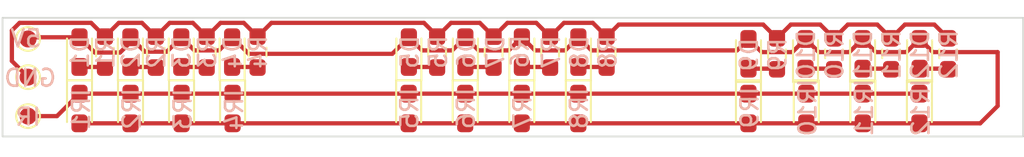
<source format=kicad_pcb>
(kicad_pcb (version 20211014) (generator pcbnew)
  (layers (0 "F.Cu" signal) (31 "B.Cu" signal) (34 "B.Paste" user) (35 "F.Paste" user) (36 "B.SilkS" user "B.Silkscreen") (37 "F.SilkS" user "F.Silkscreen") (38 "B.Mask" user) (39 "F.Mask" user) (44 "Edge.Cuts" user))
  (net 0 "")
  (net 1 "Net-(D1-Pad1)")
  (net 2 "+5V")
  (net 3 "Net-(D2-Pad1)")
  (net 4 "Net-(D3-Pad1)")
  (net 5 "Net-(D4-Pad1)")
  (net 6 "Net-(D5-Pad1)")
  (net 7 "Net-(D6-Pad1)")
  (net 8 "Net-(D7-Pad1)")
  (net 9 "Net-(D8-Pad1)")
  (net 10 "Net-(D9-Pad1)")
  (net 11 "Net-(D10-Pad1)")
  (net 12 "Net-(D11-Pad1)")
  (net 13 "Net-(D12-Pad1)")
  (net 14 "GND")
  (net 15 "Net-(IR1-Pad1)")
  (footprint "LED_SMD:LED_0603_1608Metric_Pad1.05x0.95mm_HandSolder" (layer "F.Cu") (at 150.575 82.05 -90)
    (fp_text reference "IR11" (at -0.05 -0.075 -270) (layer "B.SilkS") (effects (justify mirror)))
    (fp_text value "LED")
    (fp_line (start 0.8 -0.735) (end -1.66 -0.735) (layer "F.SilkS") (width 0.12))
    (fp_line (start -1.66 0.735) (end 0.8 0.735) (layer "F.SilkS") (width 0.12))
    (fp_line (start -1.66 -0.735) (end -1.66 0.735) (layer "F.SilkS") (width 0.12))
    (pad "1" smd roundrect (at -0.875 0 270) (size 1.05 0.95) (layers "F.Cu" "F.Paste" "F.Mask") (net 15 "Net-(IR1-Pad1)"))
    (pad "2" smd roundrect (at 0.875 0 270) (size 1.05 0.95) (layers "F.Cu" "F.Paste" "F.Mask") (net 2 "+5V"))
  )
  (footprint "Resistor_SMD:R_0603_1608Metric_Pad0.98x0.95mm_HandSolder" (layer "F.Cu") (at 152.23604 78.825 90)
    (fp_text reference "R11" (at -0.05 0.035064 90) (layer "B.SilkS") (effects (justify mirror)))
    (fp_text value "R")
    (fp_line (start -0.254724 -0.5225) (end 0.254724 -0.5225) (layer "F.SilkS") (width 0.12))
    (fp_line (start -0.254724 0.5225) (end 0.254724 0.5225) (layer "F.SilkS") (width 0.12))
    (pad "1" smd roundrect (at -0.9125 0 90) (size 0.975 0.95) (layers "F.Cu" "F.Paste" "F.Mask") (net 12 "Net-(D11-Pad1)"))
    (pad "2" smd roundrect (at 0.9125 0 90) (size 0.975 0.95) (layers "F.Cu" "F.Paste" "F.Mask") (net 14 "GND"))
  )
  (footprint "LED_SMD:LED_0603_1608Metric_Pad1.05x0.95mm_HandSolder" (layer "F.Cu") (at 130.525 82.05 -90)
    (fp_text reference "IR7" (at 0 -0.05 -270) (layer "B.SilkS") (effects (justify mirror)))
    (fp_text value "LED")
    (fp_line (start -1.66 0.735) (end 0.8 0.735) (layer "F.SilkS") (width 0.12))
    (fp_line (start 0.8 -0.735) (end -1.66 -0.735) (layer "F.SilkS") (width 0.12))
    (fp_line (start -1.66 -0.735) (end -1.66 0.735) (layer "F.SilkS") (width 0.12))
    (pad "1" smd roundrect (at -0.875 0 270) (size 1.05 0.95) (layers "F.Cu" "F.Paste" "F.Mask") (net 15 "Net-(IR1-Pad1)"))
    (pad "2" smd roundrect (at 0.875 0 270) (size 1.05 0.95) (layers "F.Cu" "F.Paste" "F.Mask") (net 2 "+5V"))
  )
  (footprint "Resistor_SMD:R_0603_1608Metric_Pad0.98x0.95mm_HandSolder" (layer "F.Cu") (at 114.993178 78.725 90)
    (fp_text reference "R4" (at 0 0.034092 90) (layer "B.SilkS") (effects (justify mirror)))
    (fp_text value "R")
    (fp_line (start -0.254724 -0.5225) (end 0.254724 -0.5225) (layer "F.SilkS") (width 0.12))
    (fp_line (start -0.254724 0.5225) (end 0.254724 0.5225) (layer "F.SilkS") (width 0.12))
    (pad "1" smd roundrect (at -0.9125 0 90) (size 0.975 0.95) (layers "F.Cu" "F.Paste" "F.Mask") (net 5 "Net-(D4-Pad1)"))
    (pad "2" smd roundrect (at 0.9125 0 90) (size 0.975 0.95) (layers "F.Cu" "F.Paste" "F.Mask") (net 14 "GND"))
  )
  (footprint "LED_SMD:LED_0603_1608Metric_Pad1.05x0.95mm_HandSolder" (layer "F.Cu") (at 153.9 82.05 -90)
    (fp_text reference "IR12" (at -0.05 -0.075 -270) (layer "B.SilkS") (effects (justify mirror)))
    (fp_text value "LED")
    (fp_line (start -1.66 -0.735) (end -1.66 0.735) (layer "F.SilkS") (width 0.12))
    (fp_line (start -1.66 0.735) (end 0.8 0.735) (layer "F.SilkS") (width 0.12))
    (fp_line (start 0.8 -0.735) (end -1.66 -0.735) (layer "F.SilkS") (width 0.12))
    (pad "1" smd roundrect (at -0.875 0 270) (size 1.05 0.95) (layers "F.Cu" "F.Paste" "F.Mask") (net 15 "Net-(IR1-Pad1)"))
    (pad "2" smd roundrect (at 0.875 0 270) (size 1.05 0.95) (layers "F.Cu" "F.Paste" "F.Mask") (net 2 "+5V"))
  )
  (footprint "LED_SMD:LED_0603_1608Metric_Pad1.05x0.95mm_HandSolder" (layer "F.Cu") (at 104.525 82.05 -90)
    (fp_text reference "IR1" (at 0.05 -0.1 -270) (layer "B.SilkS") (effects (justify mirror)))
    (fp_text value "LED")
    (fp_line (start -1.66 0.735) (end 0.8 0.735) (layer "F.SilkS") (width 0.12))
    (fp_line (start -1.66 -0.735) (end -1.66 0.735) (layer "F.SilkS") (width 0.12))
    (fp_line (start 0.8 -0.735) (end -1.66 -0.735) (layer "F.SilkS") (width 0.12))
    (pad "1" smd roundrect (at -0.875 0 270) (size 1.05 0.95) (layers "F.Cu" "F.Paste" "F.Mask") (net 15 "Net-(IR1-Pad1)"))
    (pad "2" smd roundrect (at 0.875 0 270) (size 1.05 0.95) (layers "F.Cu" "F.Paste" "F.Mask") (net 2 "+5V"))
  )
  (footprint "LED_SMD:LED_0603_1608Metric_Pad1.05x0.95mm_HandSolder" (layer "F.Cu") (at 153.912988 78.825 90)
    (fp_text reference "D12" (at -0.05 0.035064 90) (layer "B.SilkS") (effects (justify mirror)))
    (fp_text value "LED")
    (fp_line (start -1.66 0.735) (end 0.8 0.735) (layer "F.SilkS") (width 0.12))
    (fp_line (start -1.66 -0.735) (end -1.66 0.735) (layer "F.SilkS") (width 0.12))
    (fp_line (start 0.8 -0.735) (end -1.66 -0.735) (layer "F.SilkS") (width 0.12))
    (pad "1" smd roundrect (at -0.875 0 90) (size 1.05 0.95) (layers "F.Cu" "F.Paste" "F.Mask") (net 13 "Net-(D12-Pad1)"))
    (pad "2" smd roundrect (at 0.875 0 90) (size 1.05 0.95) (layers "F.Cu" "F.Paste" "F.Mask") (net 2 "+5V"))
  )
  (footprint "Resistor_SMD:R_0603_1608Metric_Pad0.98x0.95mm_HandSolder" (layer "F.Cu") (at 106.020454 78.725 90)
    (fp_text reference "R1" (at 0 0.034092 90) (layer "B.SilkS") (effects (justify mirror)))
    (fp_text value "R")
    (fp_line (start -0.254724 -0.5225) (end 0.254724 -0.5225) (layer "F.SilkS") (width 0.12))
    (fp_line (start -0.254724 0.5225) (end 0.254724 0.5225) (layer "F.SilkS") (width 0.12))
    (pad "1" smd roundrect (at -0.9125 0 90) (size 0.975 0.95) (layers "F.Cu" "F.Paste" "F.Mask") (net 1 "Net-(D1-Pad1)"))
    (pad "2" smd roundrect (at 0.9125 0 90) (size 0.975 0.95) (layers "F.Cu" "F.Paste" "F.Mask") (net 14 "GND"))
  )
  (footprint "LED_SMD:LED_0603_1608Metric_Pad1.05x0.95mm_HandSolder" (layer "F.Cu") (at 127.2 82.05 -90)
    (fp_text reference "IR6" (at 0 -0.05 -270) (layer "B.SilkS") (effects (justify mirror)))
    (fp_text value "LED")
    (fp_line (start -1.66 -0.735) (end -1.66 0.735) (layer "F.SilkS") (width 0.12))
    (fp_line (start -1.66 0.735) (end 0.8 0.735) (layer "F.SilkS") (width 0.12))
    (fp_line (start 0.8 -0.735) (end -1.66 -0.735) (layer "F.SilkS") (width 0.12))
    (pad "1" smd roundrect (at -0.875 0 270) (size 1.05 0.95) (layers "F.Cu" "F.Paste" "F.Mask") (net 15 "Net-(IR1-Pad1)"))
    (pad "2" smd roundrect (at 0.875 0 270) (size 1.05 0.95) (layers "F.Cu" "F.Paste" "F.Mask") (net 2 "+5V"))
  )
  (footprint "LED_SMD:LED_0603_1608Metric_Pad1.05x0.95mm_HandSolder" (layer "F.Cu") (at 147.25 82.05 -90)
    (fp_text reference "IR10" (at -0.05 -0.075 -270) (layer "B.SilkS") (effects (justify mirror)))
    (fp_text value "LED")
    (fp_line (start 0.8 -0.735) (end -1.66 -0.735) (layer "F.SilkS") (width 0.12))
    (fp_line (start -1.66 -0.735) (end -1.66 0.735) (layer "F.SilkS") (width 0.12))
    (fp_line (start -1.66 0.735) (end 0.8 0.735) (layer "F.SilkS") (width 0.12))
    (pad "1" smd roundrect (at -0.875 0 270) (size 1.05 0.95) (layers "F.Cu" "F.Paste" "F.Mask") (net 15 "Net-(IR1-Pad1)"))
    (pad "2" smd roundrect (at 0.875 0 270) (size 1.05 0.95) (layers "F.Cu" "F.Paste" "F.Mask") (net 2 "+5V"))
  )
  (footprint "LED_SMD:LED_0603_1608Metric_Pad1.05x0.95mm_HandSolder" (layer "F.Cu") (at 123.887664 78.725 90)
    (fp_text reference "D5" (at 0 0.062332 90) (layer "B.SilkS") (effects (justify mirror)))
    (fp_text value "LED")
    (fp_line (start 0.8 -0.735) (end -1.66 -0.735) (layer "F.SilkS") (width 0.12))
    (fp_line (start -1.66 0.735) (end 0.8 0.735) (layer "F.SilkS") (width 0.12))
    (fp_line (start -1.66 -0.735) (end -1.66 0.735) (layer "F.SilkS") (width 0.12))
    (pad "1" smd roundrect (at -0.875 0 90) (size 1.05 0.95) (layers "F.Cu" "F.Paste" "F.Mask") (net 6 "Net-(D5-Pad1)"))
    (pad "2" smd roundrect (at 0.875 0 90) (size 1.05 0.95) (layers "F.Cu" "F.Paste" "F.Mask") (net 2 "+5V"))
  )
  (footprint "Resistor_SMD:R_0603_1608Metric_Pad0.98x0.95mm_HandSolder" (layer "F.Cu") (at 148.882144 78.825 90)
    (fp_text reference "R10" (at -0.05 0.035064 90) (layer "B.SilkS") (effects (justify mirror)))
    (fp_text value "R")
    (fp_line (start -0.254724 -0.5225) (end 0.254724 -0.5225) (layer "F.SilkS") (width 0.12))
    (fp_line (start -0.254724 0.5225) (end 0.254724 0.5225) (layer "F.SilkS") (width 0.12))
    (pad "1" smd roundrect (at -0.9125 0 90) (size 0.975 0.95) (layers "F.Cu" "F.Paste" "F.Mask") (net 11 "Net-(D10-Pad1)"))
    (pad "2" smd roundrect (at 0.9125 0 90) (size 0.975 0.95) (layers "F.Cu" "F.Paste" "F.Mask") (net 14 "GND"))
  )
  (footprint "LED_SMD:LED_0603_1608Metric_Pad1.05x0.95mm_HandSolder" (layer "F.Cu") (at 143.85 82.05 -90)
    (fp_text reference "IR9" (at -0.05 -0.075 -270) (layer "B.SilkS") (effects (justify mirror)))
    (fp_text value "LED")
    (fp_line (start 0.8 -0.735) (end -1.66 -0.735) (layer "F.SilkS") (width 0.12))
    (fp_line (start -1.66 -0.735) (end -1.66 0.735) (layer "F.SilkS") (width 0.12))
    (fp_line (start -1.66 0.735) (end 0.8 0.735) (layer "F.SilkS") (width 0.12))
    (pad "1" smd roundrect (at -0.875 0 270) (size 1.05 0.95) (layers "F.Cu" "F.Paste" "F.Mask") (net 15 "Net-(IR1-Pad1)"))
    (pad "2" smd roundrect (at 0.875 0 270) (size 1.05 0.95) (layers "F.Cu" "F.Paste" "F.Mask") (net 2 "+5V"))
  )
  (footprint "LED_SMD:LED_0603_1608Metric_Pad1.05x0.95mm_HandSolder" (layer "F.Cu") (at 123.875 82.05 -90)
    (fp_text reference "IR5" (at 0 -0.05 -270) (layer "B.SilkS") (effects (justify mirror)))
    (fp_text value "LED")
    (fp_line (start -1.66 0.735) (end 0.8 0.735) (layer "F.SilkS") (width 0.12))
    (fp_line (start -1.66 -0.735) (end -1.66 0.735) (layer "F.SilkS") (width 0.12))
    (fp_line (start 0.8 -0.735) (end -1.66 -0.735) (layer "F.SilkS") (width 0.12))
    (pad "1" smd roundrect (at -0.875 0 270) (size 1.05 0.95) (layers "F.Cu" "F.Paste" "F.Mask") (net 15 "Net-(IR1-Pad1)"))
    (pad "2" smd roundrect (at 0.875 0 270) (size 1.05 0.95) (layers "F.Cu" "F.Paste" "F.Mask") (net 2 "+5V"))
  )
  (footprint "Resistor_SMD:R_0603_1608Metric_Pad0.98x0.95mm_HandSolder" (layer "F.Cu") (at 125.548378 78.725 90)
    (fp_text reference "R5" (at 0 0.062332 90) (layer "B.SilkS") (effects (justify mirror)))
    (fp_text value "R")
    (fp_line (start -0.254724 0.5225) (end 0.254724 0.5225) (layer "F.SilkS") (width 0.12))
    (fp_line (start -0.254724 -0.5225) (end 0.254724 -0.5225) (layer "F.SilkS") (width 0.12))
    (pad "1" smd roundrect (at -0.9125 0 90) (size 0.975 0.95) (layers "F.Cu" "F.Paste" "F.Mask") (net 6 "Net-(D5-Pad1)"))
    (pad "2" smd roundrect (at 0.9125 0 90) (size 0.975 0.95) (layers "F.Cu" "F.Paste" "F.Mask") (net 14 "GND"))
  )
  (footprint "LED_SMD:LED_0603_1608Metric_Pad1.05x0.95mm_HandSolder" (layer "F.Cu") (at 104.525 78.725 90)
    (fp_text reference "D1" (at 0 0.034092 90) (layer "B.SilkS") (effects (justify mirror)))
    (fp_text value "LED")
    (fp_line (start -1.66 0.735) (end 0.8 0.735) (layer "F.SilkS") (width 0.12))
    (fp_line (start 0.8 -0.735) (end -1.66 -0.735) (layer "F.SilkS") (width 0.12))
    (fp_line (start -1.66 -0.735) (end -1.66 0.735) (layer "F.SilkS") (width 0.12))
    (pad "1" smd roundrect (at -0.875 0 90) (size 1.05 0.95) (layers "F.Cu" "F.Paste" "F.Mask") (net 1 "Net-(D1-Pad1)"))
    (pad "2" smd roundrect (at 0.875 0 90) (size 1.05 0.95) (layers "F.Cu" "F.Paste" "F.Mask") (net 2 "+5V"))
  )
  (footprint "TestPoint:TestPoint_Pad_D1.0mm" (layer "F.Cu") (at 101.5 77.95)
    (fp_text reference "5V" (at -0.125 -0.025) (layer "B.SilkS") (effects (justify mirror)))
    (fp_text value "5V")
    (fp_circle (center 0 0) (end 0 0.7) (layer "F.SilkS") (width 0.12) (fill none))
    (pad "1" smd circle (at 0 0) (size 1 1) (layers "F.Cu" "F.Mask") (net 2 "+5V"))
  )
  (footprint "LED_SMD:LED_0603_1608Metric_Pad1.05x0.95mm_HandSolder" (layer "F.Cu") (at 110.506816 78.725 90)
    (fp_text reference "D3" (at 0 0.034092 90) (layer "B.SilkS") (effects (justify mirror)))
    (fp_text value "LED")
    (fp_line (start -1.66 -0.735) (end -1.66 0.735) (layer "F.SilkS") (width 0.12))
    (fp_line (start 0.8 -0.735) (end -1.66 -0.735) (layer "F.SilkS") (width 0.12))
    (fp_line (start -1.66 0.735) (end 0.8 0.735) (layer "F.SilkS") (width 0.12))
    (pad "1" smd roundrect (at -0.875 0 90) (size 1.05 0.95) (layers "F.Cu" "F.Paste" "F.Mask") (net 4 "Net-(D3-Pad1)"))
    (pad "2" smd roundrect (at 0.875 0 90) (size 1.05 0.95) (layers "F.Cu" "F.Paste" "F.Mask") (net 2 "+5V"))
  )
  (footprint "LED_SMD:LED_0603_1608Metric_Pad1.05x0.95mm_HandSolder" (layer "F.Cu") (at 133.851948 78.725 90)
    (fp_text reference "D8" (at 0 0.062332 90) (layer "B.SilkS") (effects (justify mirror)))
    (fp_text value "LED")
    (fp_line (start 0.8 -0.735) (end -1.66 -0.735) (layer "F.SilkS") (width 0.12))
    (fp_line (start -1.66 0.735) (end 0.8 0.735) (layer "F.SilkS") (width 0.12))
    (fp_line (start -1.66 -0.735) (end -1.66 0.735) (layer "F.SilkS") (width 0.12))
    (pad "1" smd roundrect (at -0.875 0 90) (size 1.05 0.95) (layers "F.Cu" "F.Paste" "F.Mask") (net 9 "Net-(D8-Pad1)"))
    (pad "2" smd roundrect (at 0.875 0 90) (size 1.05 0.95) (layers "F.Cu" "F.Paste" "F.Mask") (net 2 "+5V"))
  )
  (footprint "Resistor_SMD:R_0603_1608Metric_Pad0.98x0.95mm_HandSolder" (layer "F.Cu") (at 112.00227 78.725 90)
    (fp_text reference "R3" (at 0 0.034092 90) (layer "B.SilkS") (effects (justify mirror)))
    (fp_text value "R")
    (fp_line (start -0.254724 -0.5225) (end 0.254724 -0.5225) (layer "F.SilkS") (width 0.12))
    (fp_line (start -0.254724 0.5225) (end 0.254724 0.5225) (layer "F.SilkS") (width 0.12))
    (pad "1" smd roundrect (at -0.9125 0 90) (size 0.975 0.95) (layers "F.Cu" "F.Paste" "F.Mask") (net 4 "Net-(D3-Pad1)"))
    (pad "2" smd roundrect (at 0.9125 0 90) (size 0.975 0.95) (layers "F.Cu" "F.Paste" "F.Mask") (net 14 "GND"))
  )
  (footprint "LED_SMD:LED_0603_1608Metric_Pad1.05x0.95mm_HandSolder" (layer "F.Cu") (at 147.205196 78.825 90)
    (fp_text reference "D10" (at -0.05 0.035064 90) (layer "B.SilkS") (effects (justify mirror)))
    (fp_text value "LED")
    (fp_line (start -1.66 0.735) (end 0.8 0.735) (layer "F.SilkS") (width 0.12))
    (fp_line (start 0.8 -0.735) (end -1.66 -0.735) (layer "F.SilkS") (width 0.12))
    (fp_line (start -1.66 -0.735) (end -1.66 0.735) (layer "F.SilkS") (width 0.12))
    (pad "1" smd roundrect (at -0.875 0 90) (size 1.05 0.95) (layers "F.Cu" "F.Paste" "F.Mask") (net 11 "Net-(D10-Pad1)"))
    (pad "2" smd roundrect (at 0.875 0 90) (size 1.05 0.95) (layers "F.Cu" "F.Paste" "F.Mask") (net 2 "+5V"))
  )
  (footprint "Resistor_SMD:R_0603_1608Metric_Pad0.98x0.95mm_HandSolder" (layer "F.Cu") (at 128.869806 78.725 90)
    (fp_text reference "R6" (at 0.025 1.547526 90) (layer "B.SilkS") (effects (justify mirror)))
    (fp_text value "R")
    (fp_line (start -0.254724 -0.5225) (end 0.254724 -0.5225) (layer "F.SilkS") (width 0.12))
    (fp_line (start -0.254724 0.5225) (end 0.254724 0.5225) (layer "F.SilkS") (width 0.12))
    (pad "1" smd roundrect (at -0.9125 0 90) (size 0.975 0.95) (layers "F.Cu" "F.Paste" "F.Mask") (net 7 "Net-(D6-Pad1)"))
    (pad "2" smd roundrect (at 0.9125 0 90) (size 0.975 0.95) (layers "F.Cu" "F.Paste" "F.Mask") (net 14 "GND"))
  )
  (footprint "LED_SMD:LED_0603_1608Metric_Pad1.05x0.95mm_HandSolder" (layer "F.Cu") (at 130.53052 78.725 90)
    (fp_text reference "D7" (at 0 -1.555848 90) (layer "B.SilkS") (effects (justify mirror)))
    (fp_text value "LED")
    (fp_line (start -1.66 -0.735) (end -1.66 0.735) (layer "F.SilkS") (width 0.12))
    (fp_line (start 0.8 -0.735) (end -1.66 -0.735) (layer "F.SilkS") (width 0.12))
    (fp_line (start -1.66 0.735) (end 0.8 0.735) (layer "F.SilkS") (width 0.12))
    (pad "1" smd roundrect (at -0.875 0 90) (size 1.05 0.95) (layers "F.Cu" "F.Paste" "F.Mask") (net 8 "Net-(D7-Pad1)"))
    (pad "2" smd roundrect (at 0.875 0 90) (size 1.05 0.95) (layers "F.Cu" "F.Paste" "F.Mask") (net 2 "+5V"))
  )
  (footprint "Resistor_SMD:R_0603_1608Metric_Pad0.98x0.95mm_HandSolder" (layer "F.Cu") (at 135.512668 78.725 90)
    (fp_text reference "R8" (at 0 0.062332 90) (layer "B.SilkS") (effects (justify mirror)))
    (fp_text value "R")
    (fp_line (start -0.254724 -0.5225) (end 0.254724 -0.5225) (layer "F.SilkS") (width 0.12))
    (fp_line (start -0.254724 0.5225) (end 0.254724 0.5225) (layer "F.SilkS") (width 0.12))
    (pad "1" smd roundrect (at -0.9125 0 90) (size 0.975 0.95) (layers "F.Cu" "F.Paste" "F.Mask") (net 9 "Net-(D8-Pad1)"))
    (pad "2" smd roundrect (at 0.9125 0 90) (size 0.975 0.95) (layers "F.Cu" "F.Paste" "F.Mask") (net 14 "GND"))
  )
  (footprint "LED_SMD:LED_0603_1608Metric_Pad1.05x0.95mm_HandSolder" (layer "F.Cu") (at 113.497724 78.725 90)
    (fp_text reference "D4" (at 0 0.034092 90) (layer "B.SilkS") (effects (justify mirror)))
    (fp_text value "LED")
    (fp_line (start -1.66 0.735) (end 0.8 0.735) (layer "F.SilkS") (width 0.12))
    (fp_line (start 0.8 -0.735) (end -1.66 -0.735) (layer "F.SilkS") (width 0.12))
    (fp_line (start -1.66 -0.735) (end -1.66 0.735) (layer "F.SilkS") (width 0.12))
    (pad "1" smd roundrect (at -0.875 0 90) (size 1.05 0.95) (layers "F.Cu" "F.Paste" "F.Mask") (net 5 "Net-(D4-Pad1)"))
    (pad "2" smd roundrect (at 0.875 0 90) (size 1.05 0.95) (layers "F.Cu" "F.Paste" "F.Mask") (net 2 "+5V"))
  )
  (footprint "TestPoint:TestPoint_Pad_D1.0mm" (layer "F.Cu") (at 101.5 82.5)
    (fp_text reference "IR" (at 0 0.05) (layer "B.SilkS") (effects (justify mirror)))
    (fp_text value "IR")
    (fp_circle (center 0 0) (end 0 0.7) (layer "F.SilkS") (width 0.12) (fill none))
    (pad "1" smd circle (at 0 0) (size 1 1) (layers "F.Cu" "F.Mask") (net 15 "Net-(IR1-Pad1)"))
  )
  (footprint "Resistor_SMD:R_0603_1608Metric_Pad0.98x0.95mm_HandSolder" (layer "F.Cu") (at 132.191234 78.725 90)
    (fp_text reference "R7" (at 0 0.062332 90) (layer "B.SilkS") (effects (justify mirror)))
    (fp_text value "R")
    (fp_line (start -0.254724 -0.5225) (end 0.254724 -0.5225) (layer "F.SilkS") (width 0.12))
    (fp_line (start -0.254724 0.5225) (end 0.254724 0.5225) (layer "F.SilkS") (width 0.12))
    (pad "1" smd roundrect (at -0.9125 0 90) (size 0.975 0.95) (layers "F.Cu" "F.Paste" "F.Mask") (net 8 "Net-(D7-Pad1)"))
    (pad "2" smd roundrect (at 0.9125 0 90) (size 0.975 0.95) (layers "F.Cu" "F.Paste" "F.Mask") (net 14 "GND"))
  )
  (footprint "LED_SMD:LED_0603_1608Metric_Pad1.05x0.95mm_HandSolder" (layer "F.Cu") (at 133.85 82.05 -90)
    (fp_text reference "IR8" (at 0 -0.05 -270) (layer "B.SilkS") (effects (justify mirror)))
    (fp_text value "LED")
    (fp_line (start 0.8 -0.735) (end -1.66 -0.735) (layer "F.SilkS") (width 0.12))
    (fp_line (start -1.66 -0.735) (end -1.66 0.735) (layer "F.SilkS") (width 0.12))
    (fp_line (start -1.66 0.735) (end 0.8 0.735) (layer "F.SilkS") (width 0.12))
    (pad "1" smd roundrect (at -0.875 0 270) (size 1.05 0.95) (layers "F.Cu" "F.Paste" "F.Mask") (net 15 "Net-(IR1-Pad1)"))
    (pad "2" smd roundrect (at 0.875 0 270) (size 1.05 0.95) (layers "F.Cu" "F.Paste" "F.Mask") (net 2 "+5V"))
  )
  (footprint "LED_SMD:LED_0603_1608Metric_Pad1.05x0.95mm_HandSolder" (layer "F.Cu") (at 143.8513 78.825 90)
    (fp_text reference "D9" (at -0.05 0.035064 90) (layer "B.SilkS") (effects (justify mirror)))
    (fp_text value "LED")
    (fp_line (start -1.66 -0.735) (end -1.66 0.735) (layer "F.SilkS") (width 0.12))
    (fp_line (start -1.66 0.735) (end 0.8 0.735) (layer "F.SilkS") (width 0.12))
    (fp_line (start 0.8 -0.735) (end -1.66 -0.735) (layer "F.SilkS") (width 0.12))
    (pad "1" smd roundrect (at -0.875 0 90) (size 1.05 0.95) (layers "F.Cu" "F.Paste" "F.Mask") (net 10 "Net-(D9-Pad1)"))
    (pad "2" smd roundrect (at 0.875 0 90) (size 1.05 0.95) (layers "F.Cu" "F.Paste" "F.Mask") (net 2 "+5V"))
  )
  (footprint "LED_SMD:LED_0603_1608Metric_Pad1.05x0.95mm_HandSolder" (layer "F.Cu") (at 127.209092 78.725 90)
    (fp_text reference "D6" (at 0 0.062332 90) (layer "B.SilkS") (effects (justify mirror)))
    (fp_text value "LED")
    (fp_line (start -1.66 -0.735) (end -1.66 0.735) (layer "F.SilkS") (width 0.12))
    (fp_line (start 0.8 -0.735) (end -1.66 -0.735) (layer "F.SilkS") (width 0.12))
    (fp_line (start -1.66 0.735) (end 0.8 0.735) (layer "F.SilkS") (width 0.12))
    (pad "1" smd roundrect (at -0.875 0 90) (size 1.05 0.95) (layers "F.Cu" "F.Paste" "F.Mask") (net 7 "Net-(D6-Pad1)"))
    (pad "2" smd roundrect (at 0.875 0 90) (size 1.05 0.95) (layers "F.Cu" "F.Paste" "F.Mask") (net 2 "+5V"))
  )
  (footprint "LED_SMD:LED_0603_1608Metric_Pad1.05x0.95mm_HandSolder" (layer "F.Cu") (at 150.559092 78.825 90)
    (fp_text reference "D11" (at -0.05 0.035064 90) (layer "B.SilkS") (effects (justify mirror)))
    (fp_text value "LED")
    (fp_line (start -1.66 -0.735) (end -1.66 0.735) (layer "F.SilkS") (width 0.12))
    (fp_line (start 0.8 -0.735) (end -1.66 -0.735) (layer "F.SilkS") (width 0.12))
    (fp_line (start -1.66 0.735) (end 0.8 0.735) (layer "F.SilkS") (width 0.12))
    (pad "1" smd roundrect (at -0.875 0 90) (size 1.05 0.95) (layers "F.Cu" "F.Paste" "F.Mask") (net 12 "Net-(D11-Pad1)"))
    (pad "2" smd roundrect (at 0.875 0 90) (size 1.05 0.95) (layers "F.Cu" "F.Paste" "F.Mask") (net 2 "+5V"))
  )
  (footprint "TestPoint:TestPoint_Pad_D1.0mm" (layer "F.Cu") (at 101.5 80.2)
    (fp_text reference "GND" (at 0.125 0.05) (layer "B.SilkS") (effects (justify mirror)))
    (fp_text value "GND")
    (fp_circle (center 0 0) (end 0 0.7) (layer "F.SilkS") (width 0.12) (fill none))
    (pad "1" smd circle (at 0 0) (size 1 1) (layers "F.Cu" "F.Mask") (net 14 "GND"))
  )
  (footprint "Resistor_SMD:R_0603_1608Metric_Pad0.98x0.95mm_HandSolder" (layer "F.Cu") (at 145.528248 78.825 90)
    (fp_text reference "R9" (at -0.05 0.035064 90) (layer "B.SilkS") (effects (justify mirror)))
    (fp_text value "R")
    (fp_line (start -0.254724 -0.5225) (end 0.254724 -0.5225) (layer "F.SilkS") (width 0.12))
    (fp_line (start -0.254724 0.5225) (end 0.254724 0.5225) (layer "F.SilkS") (width 0.12))
    (pad "1" smd roundrect (at -0.9125 0 90) (size 0.975 0.95) (layers "F.Cu" "F.Paste" "F.Mask") (net 10 "Net-(D9-Pad1)"))
    (pad "2" smd roundrect (at 0.9125 0 90) (size 0.975 0.95) (layers "F.Cu" "F.Paste" "F.Mask") (net 14 "GND"))
  )
  (footprint "LED_SMD:LED_0603_1608Metric_Pad1.05x0.95mm_HandSolder" (layer "F.Cu") (at 107.525 82.05 -90)
    (fp_text reference "IR2" (at 0.025 -0.075 -270) (layer "B.SilkS") (effects (justify mirror)))
    (fp_text value "LED")
    (fp_line (start 0.8 -0.735) (end -1.66 -0.735) (layer "F.SilkS") (width 0.12))
    (fp_line (start -1.66 0.735) (end 0.8 0.735) (layer "F.SilkS") (width 0.12))
    (fp_line (start -1.66 -0.735) (end -1.66 0.735) (layer "F.SilkS") (width 0.12))
    (pad "1" smd roundrect (at -0.875 0 270) (size 1.05 0.95) (layers "F.Cu" "F.Paste" "F.Mask") (net 15 "Net-(IR1-Pad1)"))
    (pad "2" smd roundrect (at 0.875 0 270) (size 1.05 0.95) (layers "F.Cu" "F.Paste" "F.Mask") (net 2 "+5V"))
  )
  (footprint "Resistor_SMD:R_0603_1608Metric_Pad0.98x0.95mm_HandSolder" (layer "F.Cu") (at 155.589936 78.825 90)
    (fp_text reference "R12" (at -0.05 0.035064 90) (layer "B.SilkS") (effects (justify mirror)))
    (fp_text value "R")
    (fp_line (start -0.254724 0.5225) (end 0.254724 0.5225) (layer "F.SilkS") (width 0.12))
    (fp_line (start -0.254724 -0.5225) (end 0.254724 -0.5225) (layer "F.SilkS") (width 0.12))
    (pad "1" smd roundrect (at -0.9125 0 90) (size 0.975 0.95) (layers "F.Cu" "F.Paste" "F.Mask") (net 13 "Net-(D12-Pad1)"))
    (pad "2" smd roundrect (at 0.9125 0 90) (size 0.975 0.95) (layers "F.Cu" "F.Paste" "F.Mask") (net 14 "GND"))
  )
  (footprint "LED_SMD:LED_0603_1608Metric_Pad1.05x0.95mm_HandSolder" (layer "F.Cu") (at 110.525 82.05 -90)
    (fp_text reference "IR3" (at 0.05 -0.075 -270) (layer "B.SilkS") (effects (justify mirror)))
    (fp_text value "LED")
    (fp_line (start 0.8 -0.735) (end -1.66 -0.735) (layer "F.SilkS") (width 0.12))
    (fp_line (start -1.66 0.735) (end 0.8 0.735) (layer "F.SilkS") (width 0.12))
    (fp_line (start -1.66 -0.735) (end -1.66 0.735) (layer "F.SilkS") (width 0.12))
    (pad "1" smd roundrect (at -0.875 0 270) (size 1.05 0.95) (layers "F.Cu" "F.Paste" "F.Mask") (net 15 "Net-(IR1-Pad1)"))
    (pad "2" smd roundrect (at 0.875 0 270) (size 1.05 0.95) (layers "F.Cu" "F.Paste" "F.Mask") (net 2 "+5V"))
  )
  (footprint "LED_SMD:LED_0603_1608Metric_Pad1.05x0.95mm_HandSolder" (layer "F.Cu") (at 113.525 82.05 -90)
    (fp_text reference "IR4" (at 0.075 -0.1 -270) (layer "B.SilkS") (effects (justify mirror)))
    (fp_text value "LED")
    (fp_line (start 0.8 -0.735) (end -1.66 -0.735) (layer "F.SilkS") (width 0.12))
    (fp_line (start -1.66 -0.735) (end -1.66 0.735) (layer "F.SilkS") (width 0.12))
    (fp_line (start -1.66 0.735) (end 0.8 0.735) (layer "F.SilkS") (width 0.12))
    (pad "1" smd roundrect (at -0.875 0 270) (size 1.05 0.95) (layers "F.Cu" "F.Paste" "F.Mask") (net 15 "Net-(IR1-Pad1)"))
    (pad "2" smd roundrect (at 0.875 0 270) (size 1.05 0.95) (layers "F.Cu" "F.Paste" "F.Mask") (net 2 "+5V"))
  )
  (footprint "Resistor_SMD:R_0603_1608Metric_Pad0.98x0.95mm_HandSolder" (layer "F.Cu") (at 109.011362 78.725 90)
    (fp_text reference "R2" (at 0 0.034092 90) (layer "B.SilkS") (effects (justify mirror)))
    (fp_text value "R")
    (fp_line (start -0.254724 -0.5225) (end 0.254724 -0.5225) (layer "F.SilkS") (width 0.12))
    (fp_line (start -0.254724 0.5225) (end 0.254724 0.5225) (layer "F.SilkS") (width 0.12))
    (pad "1" smd roundrect (at -0.9125 0 90) (size 0.975 0.95) (layers "F.Cu" "F.Paste" "F.Mask") (net 3 "Net-(D2-Pad1)"))
    (pad "2" smd roundrect (at 0.9125 0 90) (size 0.975 0.95) (layers "F.Cu" "F.Paste" "F.Mask") (net 14 "GND"))
  )
  (footprint "LED_SMD:LED_0603_1608Metric_Pad1.05x0.95mm_HandSolder" (layer "F.Cu") (at 107.515908 78.725 90)
    (fp_text reference "D2" (at 0 0.034092 90) (layer "B.SilkS") (effects (justify mirror)))
    (fp_text value "LED")
    (fp_line (start 0.8 -0.735) (end -1.66 -0.735) (layer "F.SilkS") (width 0.12))
    (fp_line (start -1.66 0.735) (end 0.8 0.735) (layer "F.SilkS") (width 0.12))
    (fp_line (start -1.66 -0.735) (end -1.66 0.735) (layer "F.SilkS") (width 0.12))
    (pad "1" smd roundrect (at -0.875 0 90) (size 1.05 0.95) (layers "F.Cu" "F.Paste" "F.Mask") (net 3 "Net-(D2-Pad1)"))
    (pad "2" smd roundrect (at 0.875 0 90) (size 1.05 0.95) (layers "F.Cu" "F.Paste" "F.Mask") (net 2 "+5V"))
  )
  (gr_rect (start 100 76.7) (end 160 83.7) (layer "Edge.Cuts") (width 0.1) (fill none))
  (segment (start 104.525 79.6) (end 105.982954 79.6) (width 0.25) (layer "F.Cu") (net 1))
  (segment (start 105.982954 79.6) (end 106.020454 79.6375) (width 0.25) (layer "F.Cu") (net 1))
  (segment (start 108.365908 78.7) (end 109.656816 78.7) (width 0.25) (layer "F.Cu") (net 2))
  (segment (start 151.334092 78.725) (end 150.559092 77.95) (width 0.25) (layer "F.Cu") (net 2))
  (segment (start 153.137988 78.725) (end 151.334092 78.725) (width 0.25) (layer "F.Cu") (net 2))
  (segment (start 114.472724 78.825) (end 122.912664 78.825) (width 0.25) (layer "F.Cu") (net 2))
  (segment (start 146.430196 78.725) (end 147.205196 77.95) (width 0.25) (layer "F.Cu") (net 2))
  (segment (start 133.076948 78.625) (end 133.851948 77.85) (width 0.25) (layer "F.Cu") (net 2))
  (segment (start 123.887664 77.85) (end 124.662664 78.625) (width 0.25) (layer "F.Cu") (net 2))
  (segment (start 129.75552 78.625) (end 130.53052 77.85) (width 0.25) (layer "F.Cu") (net 2))
  (segment (start 107.515908 78.143184) (end 107.515908 77.85) (width 0.25) (layer "F.Cu") (net 2))
  (segment (start 144.6263 78.725) (end 146.430196 78.725) (width 0.25) (layer "F.Cu") (net 2))
  (segment (start 124.662664 78.625) (end 126.434092 78.625) (width 0.25) (layer "F.Cu") (net 2))
  (segment (start 154.687988 78.725) (end 158.5 78.725) (width 0.25) (layer "F.Cu") (net 2))
  (segment (start 158.5 81.9) (end 158.5 78.725) (width 0.25) (layer "F.Cu") (net 2))
  (segment (start 143.1763 78.625) (end 143.8513 77.95) (width 0.25) (layer "F.Cu") (net 2))
  (segment (start 134.626948 78.625) (end 143.1763 78.625) (width 0.25) (layer "F.Cu") (net 2))
  (segment (start 126.434092 78.625) (end 127.209092 77.85) (width 0.25) (layer "F.Cu") (net 2))
  (segment (start 101.259092 77.65) (end 101.459092 77.85) (width 0.25) (layer "F.Cu") (net 2))
  (segment (start 106.909092 78.75) (end 107.515908 78.143184) (width 0.25) (layer "F.Cu") (net 2))
  (segment (start 131.30552 78.625) (end 133.076948 78.625) (width 0.25) (layer "F.Cu") (net 2))
  (segment (start 104.525 77.85) (end 105.425 78.75) (width 0.25) (layer "F.Cu") (net 2))
  (segment (start 157.475 82.925) (end 158.5 81.9) (width 0.25) (layer "F.Cu") (net 2))
  (segment (start 111.281816 78.625) (end 112.722724 78.625) (width 0.25) (layer "F.Cu") (net 2))
  (segment (start 143.8513 77.95) (end 144.6263 78.725) (width 0.25) (layer "F.Cu") (net 2))
  (segment (start 104.525 82.925) (end 157.475 82.925) (width 0.25) (layer "F.Cu") (net 2))
  (segment (start 110.506816 77.85) (end 111.281816 78.625) (width 0.25) (layer "F.Cu") (net 2))
  (segment (start 112.722724 78.625) (end 113.497724 77.85) (width 0.25) (layer "F.Cu") (net 2))
  (segment (start 147.980196 78.725) (end 149.784092 78.725) (width 0.25) (layer "F.Cu") (net 2))
  (segment (start 153.912988 77.95) (end 153.137988 78.725) (width 0.25) (layer "F.Cu") (net 2))
  (segment (start 133.851948 77.85) (end 134.626948 78.625) (width 0.25) (layer "F.Cu") (net 2))
  (segment (start 109.656816 78.7) (end 110.506816 77.85) (width 0.25) (layer "F.Cu") (net 2))
  (segment (start 107.515908 77.85) (end 108.365908 78.7) (width 0.25) (layer "F.Cu") (net 2))
  (segment (start 149.784092 78.725) (end 150.559092 77.95) (width 0.25) (layer "F.Cu") (net 2))
  (segment (start 105.425 78.75) (end 106.909092 78.75) (width 0.25) (layer "F.Cu") (net 2))
  (segment (start 127.984092 78.625) (end 129.75552 78.625) (width 0.25) (layer "F.Cu") (net 2))
  (segment (start 153.912988 77.95) (end 154.687988 78.725) (width 0.25) (layer "F.Cu") (net 2))
  (segment (start 130.53052 77.85) (end 131.30552 78.625) (width 0.25) (layer "F.Cu") (net 2))
  (segment (start 101.459092 77.85) (end 104.525 77.85) (width 0.25) (layer "F.Cu") (net 2))
  (segment (start 147.205196 77.95) (end 147.980196 78.725) (width 0.25) (layer "F.Cu") (net 2))
  (segment (start 122.912664 78.825) (end 123.887664 77.85) (width 0.25) (layer "F.Cu") (net 2))
  (segment (start 127.209092 77.85) (end 127.984092 78.625) (width 0.25) (layer "F.Cu") (net 2))
  (segment (start 113.497724 77.85) (end 114.472724 78.825) (width 0.25) (layer "F.Cu") (net 2))
  (segment (start 107.515908 79.6) (end 108.973862 79.6) (width 0.25) (layer "F.Cu") (net 3))
  (segment (start 108.973862 79.6) (end 109.011362 79.6375) (width 0.25) (layer "F.Cu") (net 3))
  (segment (start 110.506816 79.6) (end 111.96477 79.6) (width 0.25) (layer "F.Cu") (net 4))
  (segment (start 111.96477 79.6) (end 112.00227 79.6375) (width 0.25) (layer "F.Cu") (net 4))
  (segment (start 113.497724 79.6) (end 114.955678 79.6) (width 0.25) (layer "F.Cu") (net 5))
  (segment (start 114.955678 79.6) (end 114.993178 79.6375) (width 0.25) (layer "F.Cu") (net 5))
  (segment (start 125.510878 79.6) (end 125.548378 79.6375) (width 0.25) (layer "F.Cu") (net 6))
  (segment (start 123.887664 79.6) (end 125.510878 79.6) (width 0.25) (layer "F.Cu") (net 6))
  (segment (start 127.209092 79.6) (end 128.832306 79.6) (width 0.25) (layer "F.Cu") (net 7))
  (segment (start 128.832306 79.6) (end 128.869806 79.6375) (width 0.25) (layer "F.Cu") (net 7))
  (segment (start 132.153734 79.6) (end 132.191234 79.6375) (width 0.25) (layer "F.Cu") (net 8))
  (segment (start 130.53052 79.6) (end 132.153734 79.6) (width 0.25) (layer "F.Cu") (net 8))
  (segment (start 135.475168 79.6) (end 135.512668 79.6375) (width 0.25) (layer "F.Cu") (net 9))
  (segment (start 133.851948 79.6) (end 135.475168 79.6) (width 0.25) (layer "F.Cu") (net 9))
  (segment (start 145.490748 79.7) (end 145.528248 79.7375) (width 0.25) (layer "F.Cu") (net 10))
  (segment (start 143.8513 79.7) (end 145.490748 79.7) (width 0.25) (layer "F.Cu") (net 10))
  (segment (start 147.205196 79.7) (end 148.844644 79.7) (width 0.25) (layer "F.Cu") (net 11))
  (segment (start 148.844644 79.7) (end 148.882144 79.7375) (width 0.25) (layer "F.Cu") (net 11))
  (segment (start 150.559092 79.7) (end 152.19854 79.7) (width 0.25) (layer "F.Cu") (net 12))
  (segment (start 152.19854 79.7) (end 152.23604 79.7375) (width 0.25) (layer "F.Cu") (net 12))
  (segment (start 155.552436 79.7) (end 155.589936 79.7375) (width 0.25) (layer "F.Cu") (net 13))
  (segment (start 153.912988 79.7) (end 155.552436 79.7) (width 0.25) (layer "F.Cu") (net 13))
  (segment (start 146.340748 77.1) (end 148.069644 77.1) (width 0.25) (layer "F.Cu") (net 14))
  (segment (start 125.548378 77.8125) (end 125.548378 77.773378) (width 0.25) (layer "F.Cu") (net 14))
  (segment (start 135.512668 77.8125) (end 136.225168 77.1) (width 0.25) (layer "F.Cu") (net 14))
  (segment (start 101 77) (end 100.55 77.45) (width 0.25) (layer "F.Cu") (net 14))
  (segment (start 114.180678 77) (end 114.993178 77.8125) (width 0.25) (layer "F.Cu") (net 14))
  (segment (start 129.682306 77) (end 131.378734 77) (width 0.25) (layer "F.Cu") (net 14))
  (segment (start 106.020454 77.8125) (end 105.207954 77) (width 0.25) (layer "F.Cu") (net 14))
  (segment (start 144.715748 77.1) (end 145.528248 77.9125) (width 0.25) (layer "F.Cu") (net 14))
  (segment (start 126.360878 77) (end 128.057306 77) (width 0.25) (layer "F.Cu") (net 14))
  (segment (start 151.42354 77.1) (end 152.23604 77.9125) (width 0.25) (layer "F.Cu") (net 14))
  (segment (start 136.225168 77.1) (end 144.715748 77.1) (width 0.25) (layer "F.Cu") (net 14))
  (segment (start 134.700168 77) (end 135.512668 77.8125) (width 0.25) (layer "F.Cu") (net 14))
  (segment (start 105.207954 77) (end 101 77) (width 0.25) (layer "F.Cu") (net 14))
  (segment (start 152.23604 77.9125) (end 153.04854 77.1) (width 0.25) (layer "F.Cu") (net 14))
  (segment (start 132.191234 77.8125) (end 133.003734 77) (width 0.25) (layer "F.Cu") (net 14))
  (segment (start 145.528248 77.9125) (end 146.340748 77.1) (width 0.25) (layer "F.Cu") (net 14))
  (segment (start 106.020454 77.8125) (end 106.832954 77) (width 0.25) (layer "F.Cu") (net 14))
  (segment (start 128.057306 77) (end 128.869806 77.8125) (width 0.25) (layer "F.Cu") (net 14))
  (segment (start 100.55 79.25) (end 101.5 80.2) (width 0.25) (layer "F.Cu") (net 14))
  (segment (start 106.832954 77) (end 108.198862 77) (width 0.25) (layer "F.Cu") (net 14))
  (segment (start 108.198862 77) (end 109.011362 77.8125) (width 0.25) (layer "F.Cu") (net 14))
  (segment (start 133.003734 77) (end 134.700168 77) (width 0.25) (layer "F.Cu") (net 14))
  (segment (start 148.069644 77.1) (end 148.882144 77.9125) (width 0.25) (layer "F.Cu") (net 14))
  (segment (start 112.81477 77) (end 114.180678 77) (width 0.25) (layer "F.Cu") (net 14))
  (segment (start 153.04854 77.1) (end 154.777436 77.1) (width 0.25) (layer "F.Cu") (net 14))
  (segment (start 115.805678 77) (end 114.993178 77.8125) (width 0.25) (layer "F.Cu") (net 14))
  (segment (start 109.011362 77.8125) (end 109.823862 77) (width 0.25) (layer "F.Cu") (net 14))
  (segment (start 131.378734 77) (end 132.191234 77.8125) (width 0.25) (layer "F.Cu") (net 14))
  (segment (start 111.18977 77) (end 112.00227 77.8125) (width 0.25) (layer "F.Cu") (net 14))
  (segment (start 148.882144 77.9125) (end 149.694644 77.1) (width 0.25) (layer "F.Cu") (net 14))
  (segment (start 128.869806 77.8125) (end 129.682306 77) (width 0.25) (layer "F.Cu") (net 14))
  (segment (start 124.775 77) (end 115.805678 77) (width 0.25) (layer "F.Cu") (net 14))
  (segment (start 154.777436 77.1) (end 155.589936 77.9125) (width 0.25) (layer "F.Cu") (net 14))
  (segment (start 149.694644 77.1) (end 151.42354 77.1) (width 0.25) (layer "F.Cu") (net 14))
  (segment (start 109.823862 77) (end 111.18977 77) (width 0.25) (layer "F.Cu") (net 14))
  (segment (start 125.548378 77.773378) (end 124.775 77) (width 0.25) (layer "F.Cu") (net 14))
  (segment (start 112.00227 77.8125) (end 112.81477 77) (width 0.25) (layer "F.Cu") (net 14))
  (segment (start 125.548378 77.8125) (end 126.360878 77) (width 0.25) (layer "F.Cu") (net 14))
  (segment (start 100.55 77.45) (end 100.55 79.25) (width 0.25) (layer "F.Cu") (net 14))
  (segment (start 104.525 81.175) (end 153.9 81.175) (width 0.25) (layer "F.Cu") (net 15))
  (segment (start 101.5 82.5) (end 103.2 82.5) (width 0.25) (layer "F.Cu") (net 15))
  (segment (start 103.2 82.5) (end 104.525 81.175) (width 0.25) (layer "F.Cu") (net 15))
)
</source>
